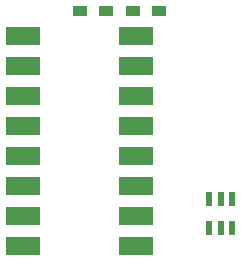
<source format=gbr>
G04 #@! TF.FileFunction,Paste,Top*
%FSLAX46Y46*%
G04 Gerber Fmt 4.6, Leading zero omitted, Abs format (unit mm)*
G04 Created by KiCad (PCBNEW 4.0.1-stable) date 2019/04/06 0:17:03*
%MOMM*%
G01*
G04 APERTURE LIST*
%ADD10C,0.100000*%
%ADD11R,3.000000X1.500000*%
%ADD12R,0.600000X1.200000*%
%ADD13R,1.200000X0.900000*%
G04 APERTURE END LIST*
D10*
D11*
X155750000Y-105980000D03*
X155750000Y-95820000D03*
X155750000Y-98360000D03*
X155750000Y-100900000D03*
X155750000Y-103440000D03*
X155750000Y-108520000D03*
X155750000Y-111060000D03*
X155750000Y-113600000D03*
X165250000Y-113600000D03*
X165250000Y-111060000D03*
X165250000Y-108520000D03*
X165250000Y-103440000D03*
X165250000Y-100900000D03*
X165250000Y-98360000D03*
X165250000Y-95820000D03*
X165250000Y-105980000D03*
D12*
X173400000Y-109600000D03*
X172450000Y-109600000D03*
X171500000Y-109600000D03*
X171500000Y-112100000D03*
X172450000Y-112100000D03*
X173400000Y-112100000D03*
D13*
X167200000Y-93700000D03*
X165000000Y-93700000D03*
X162750000Y-93700000D03*
X160550000Y-93700000D03*
M02*

</source>
